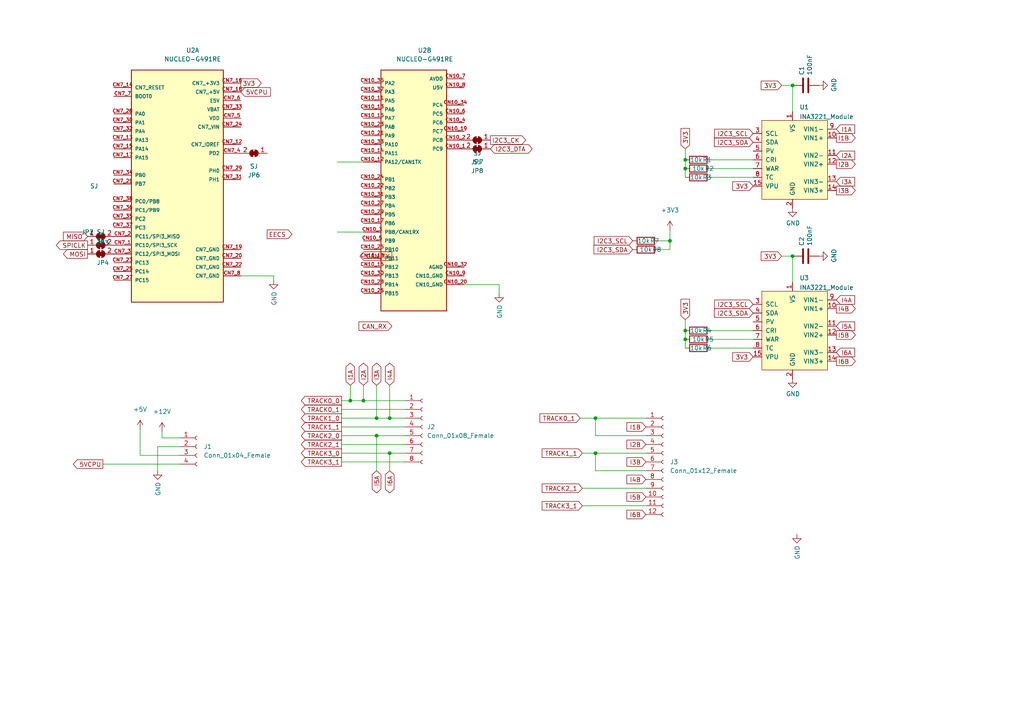
<source format=kicad_sch>
(kicad_sch (version 20211123) (generator eeschema)
  (paper "A4")
  (lib_symbols
    (symbol "Connector:Conn_01x04_Female" (pin_names (offset 1.016) hide)
      (property "Reference" "J" (at 0 5.08 0))
      (property "Value" "Conn_01x04_Female" (at 0 -7.62 0))
      (symbol "Conn_01x04_Female_1_1"
        (arc (start 0 -4.572) (mid -0.508 -5.08) (end 0 -5.588) (stroke (width 0.1524)))
        (arc (start 0 -2.032) (mid -0.508 -2.54) (end 0 -3.048) (stroke (width 0.1524)))
        (polyline (pts (xy -1.27 -5.08) (xy -0.508 -5.08)) (stroke (width 0.1524)))
        (polyline (pts (xy -1.27 -2.54) (xy -0.508 -2.54)) (stroke (width 0.1524)))
        (polyline (pts (xy -1.27 0) (xy -0.508 0)) (stroke (width 0.1524)))
        (polyline (pts (xy -1.27 2.54) (xy -0.508 2.54)) (stroke (width 0.1524)))
        (arc (start 0 0.508) (mid -0.508 0) (end 0 -0.508) (stroke (width 0.1524)))
        (arc (start 0 3.048) (mid -0.508 2.54) (end 0 2.032) (stroke (width 0.1524)))
        (pin passive line (at -5.08 2.54 0) (length 3.81) (name "Pin_1") (number "1"))
        (pin passive line (at -5.08 0 0) (length 3.81) (name "Pin_2") (number "2"))
        (pin passive line (at -5.08 -2.54 0) (length 3.81) (name "Pin_3") (number "3"))
        (pin passive line (at -5.08 -5.08 0) (length 3.81) (name "Pin_4") (number "4"))
      )
    )
    (symbol "Connector:Conn_01x08_Female" (pin_names (offset 1.016) hide)
      (property "Reference" "J" (at 0 10.16 0))
      (property "Value" "Conn_01x08_Female" (at 0 -12.7 0))
      (symbol "Conn_01x08_Female_1_1"
        (arc (start 0 -9.652) (mid -0.508 -10.16) (end 0 -10.668) (stroke (width 0.1524)))
        (arc (start 0 -7.112) (mid -0.508 -7.62) (end 0 -8.128) (stroke (width 0.1524)))
        (arc (start 0 -4.572) (mid -0.508 -5.08) (end 0 -5.588) (stroke (width 0.1524)))
        (arc (start 0 -2.032) (mid -0.508 -2.54) (end 0 -3.048) (stroke (width 0.1524)))
        (polyline (pts (xy -1.27 -10.16) (xy -0.508 -10.16)) (stroke (width 0.1524)))
        (polyline (pts (xy -1.27 -7.62) (xy -0.508 -7.62)) (stroke (width 0.1524)))
        (polyline (pts (xy -1.27 -5.08) (xy -0.508 -5.08)) (stroke (width 0.1524)))
        (polyline (pts (xy -1.27 -2.54) (xy -0.508 -2.54)) (stroke (width 0.1524)))
        (polyline (pts (xy -1.27 0) (xy -0.508 0)) (stroke (width 0.1524)))
        (polyline (pts (xy -1.27 2.54) (xy -0.508 2.54)) (stroke (width 0.1524)))
        (polyline (pts (xy -1.27 5.08) (xy -0.508 5.08)) (stroke (width 0.1524)))
        (polyline (pts (xy -1.27 7.62) (xy -0.508 7.62)) (stroke (width 0.1524)))
        (arc (start 0 0.508) (mid -0.508 0) (end 0 -0.508) (stroke (width 0.1524)))
        (arc (start 0 3.048) (mid -0.508 2.54) (end 0 2.032) (stroke (width 0.1524)))
        (arc (start 0 5.588) (mid -0.508 5.08) (end 0 4.572) (stroke (width 0.1524)))
        (arc (start 0 8.128) (mid -0.508 7.62) (end 0 7.112) (stroke (width 0.1524)))
        (pin passive line (at -5.08 7.62 0) (length 3.81) (name "Pin_1") (number "1"))
        (pin passive line (at -5.08 5.08 0) (length 3.81) (name "Pin_2") (number "2"))
        (pin passive line (at -5.08 2.54 0) (length 3.81) (name "Pin_3") (number "3"))
        (pin passive line (at -5.08 0 0) (length 3.81) (name "Pin_4") (number "4"))
        (pin passive line (at -5.08 -2.54 0) (length 3.81) (name "Pin_5") (number "5"))
        (pin passive line (at -5.08 -5.08 0) (length 3.81) (name "Pin_6") (number "6"))
        (pin passive line (at -5.08 -7.62 0) (length 3.81) (name "Pin_7") (number "7"))
        (pin passive line (at -5.08 -10.16 0) (length 3.81) (name "Pin_8") (number "8"))
      )
    )
    (symbol "Connector:Conn_01x12_Female" (pin_names (offset 1.016) hide)
      (property "Reference" "J" (at 0 15.24 0))
      (property "Value" "Conn_01x12_Female" (at 0 -17.78 0))
      (symbol "Conn_01x12_Female_1_1"
        (arc (start 0 -14.732) (mid -0.508 -15.24) (end 0 -15.748) (stroke (width 0.1524)))
        (arc (start 0 -12.192) (mid -0.508 -12.7) (end 0 -13.208) (stroke (width 0.1524)))
        (arc (start 0 -9.652) (mid -0.508 -10.16) (end 0 -10.668) (stroke (width 0.1524)))
        (arc (start 0 -7.112) (mid -0.508 -7.62) (end 0 -8.128) (stroke (width 0.1524)))
        (arc (start 0 -4.572) (mid -0.508 -5.08) (end 0 -5.588) (stroke (width 0.1524)))
        (arc (start 0 -2.032) (mid -0.508 -2.54) (end 0 -3.048) (stroke (width 0.1524)))
        (polyline (pts (xy -1.27 -15.24) (xy -0.508 -15.24)) (stroke (width 0.1524)))
        (polyline (pts (xy -1.27 -12.7) (xy -0.508 -12.7)) (stroke (width 0.1524)))
        (polyline (pts (xy -1.27 -10.16) (xy -0.508 -10.16)) (stroke (width 0.1524)))
        (polyline (pts (xy -1.27 -7.62) (xy -0.508 -7.62)) (stroke (width 0.1524)))
        (polyline (pts (xy -1.27 -5.08) (xy -0.508 -5.08)) (stroke (width 0.1524)))
        (polyline (pts (xy -1.27 -2.54) (xy -0.508 -2.54)) (stroke (width 0.1524)))
        (polyline (pts (xy -1.27 0) (xy -0.508 0)) (stroke (width 0.1524)))
        (polyline (pts (xy -1.27 2.54) (xy -0.508 2.54)) (stroke (width 0.1524)))
        (polyline (pts (xy -1.27 5.08) (xy -0.508 5.08)) (stroke (width 0.1524)))
        (polyline (pts (xy -1.27 7.62) (xy -0.508 7.62)) (stroke (width 0.1524)))
        (polyline (pts (xy -1.27 10.16) (xy -0.508 10.16)) (stroke (width 0.1524)))
        (polyline (pts (xy -1.27 12.7) (xy -0.508 12.7)) (stroke (width 0.1524)))
        (arc (start 0 0.508) (mid -0.508 0) (end 0 -0.508) (stroke (width 0.1524)))
        (arc (start 0 3.048) (mid -0.508 2.54) (end 0 2.032) (stroke (width 0.1524)))
        (arc (start 0 5.588) (mid -0.508 5.08) (end 0 4.572) (stroke (width 0.1524)))
        (arc (start 0 8.128) (mid -0.508 7.62) (end 0 7.112) (stroke (width 0.1524)))
        (arc (start 0 10.668) (mid -0.508 10.16) (end 0 9.652) (stroke (width 0.1524)))
        (arc (start 0 13.208) (mid -0.508 12.7) (end 0 12.192) (stroke (width 0.1524)))
        (pin passive line (at -5.08 12.7 0) (length 3.81) (name "Pin_1") (number "1"))
        (pin passive line (at -5.08 -10.16 0) (length 3.81) (name "Pin_10") (number "10"))
        (pin passive line (at -5.08 -12.7 0) (length 3.81) (name "Pin_11") (number "11"))
        (pin passive line (at -5.08 -15.24 0) (length 3.81) (name "Pin_12") (number "12"))
        (pin passive line (at -5.08 10.16 0) (length 3.81) (name "Pin_2") (number "2"))
        (pin passive line (at -5.08 7.62 0) (length 3.81) (name "Pin_3") (number "3"))
        (pin passive line (at -5.08 5.08 0) (length 3.81) (name "Pin_4") (number "4"))
        (pin passive line (at -5.08 2.54 0) (length 3.81) (name "Pin_5") (number "5"))
        (pin passive line (at -5.08 0 0) (length 3.81) (name "Pin_6") (number "6"))
        (pin passive line (at -5.08 -2.54 0) (length 3.81) (name "Pin_7") (number "7"))
        (pin passive line (at -5.08 -5.08 0) (length 3.81) (name "Pin_8") (number "8"))
        (pin passive line (at -5.08 -7.62 0) (length 3.81) (name "Pin_9") (number "9"))
      )
    )
    (symbol "Device:C" (pin_numbers hide) (pin_names (offset 0.254))
      (property "Reference" "C" (at 0.635 2.54 0))
      (property "Value" "C" (at 0.635 -2.54 0))
      (symbol "C_0_1"
        (polyline (pts (xy -2.032 -0.762) (xy 2.032 -0.762)) (stroke (width 0.508)))
        (polyline (pts (xy -2.032 0.762) (xy 2.032 0.762)) (stroke (width 0.508)))
      )
      (symbol "C_1_1"
        (pin passive line (at 0 3.81 270) (length 2.794) (name "~") (number "1"))
        (pin passive line (at 0 -3.81 90) (length 2.794) (name "~") (number "2"))
      )
    )
    (symbol "Device:R" (pin_numbers hide) (pin_names (offset 0))
      (property "Reference" "R" (at 2.032 0 90))
      (property "Value" "R" (at 0 0 90))
      (symbol "R_0_1"
        (rectangle (start -1.016 -2.54) (end 1.016 2.54) (stroke (width 0.254)))
      )
      (symbol "R_1_1"
        (pin passive line (at 0 3.81 270) (length 1.27) (name "~") (number "1"))
        (pin passive line (at 0 -3.81 90) (length 1.27) (name "~") (number "2"))
      )
    )
    (symbol "Jumper:SolderJumper_2_Bridged" (pin_names (offset 0) hide)
      (property "Reference" "JP" (at 0 2.032 0))
      (property "Value" "SolderJumper_2_Bridged" (at 0 -2.54 0))
      (symbol "SolderJumper_2_Bridged_0_1"
        (rectangle (start -0.508 0.508) (end 0.508 -0.508) (fill (type outline)))
        (arc (start -0.254 1.016) (mid -1.27 0) (end -0.254 -1.016))
        (arc (start -0.254 1.016) (mid -1.27 0) (end -0.254 -1.016) (fill (type outline)))
        (polyline (pts (xy -0.254 1.016) (xy -0.254 -1.016)))
        (polyline (pts (xy 0.254 1.016) (xy 0.254 -1.016)))
        (arc (start 0.254 -1.016) (mid 1.27 0) (end 0.254 1.016))
        (arc (start 0.254 -1.016) (mid 1.27 0) (end 0.254 1.016) (fill (type outline)))
      )
      (symbol "SolderJumper_2_Bridged_1_1"
        (pin passive line (at -3.81 0 0) (length 2.54) (name "A") (number "1"))
        (pin passive line (at 3.81 0 180) (length 2.54) (name "B") (number "2"))
      )
    )
    (symbol "NUCLEO-G491RE_1" (pin_names (offset 1.016))
      (property "Reference" "U" (at -5.08 40.64 0))
      (property "Value" "NUCLEO-G491RE_1" (at -5.08 -26.67 90))
      (symbol "NUCLEO-G491RE_1_1_0"
        (rectangle (start -17.78 40.64) (end 8.89 -26.67) (stroke (width 0.254)) (fill (type background)))
        (pin bidirectional line (at -22.86 -10.16 0) (length 5.08) (name "PC10/SPI3_SCK") (number "CN7_1"))
        (pin bidirectional line (at 13.97 19.05 180) (length 5.08) (name "CN7_IOREF") (number "CN7_12"))
        (pin bidirectional line (at -22.86 20.32 0) (length 5.08) (name "PA13") (number "CN7_13"))
        (pin bidirectional line (at -22.86 35.56 0) (length 5.08) (name "CN7_RESET") (number "CN7_14"))
        (pin bidirectional line (at -22.86 17.78 0) (length 5.08) (name "PA14") (number "CN7_15"))
        (pin power_in line (at 13.97 36.83 180) (length 5.08) (name "CN7_+3V3") (number "CN7_16"))
        (pin bidirectional line (at -22.86 15.24 0) (length 5.08) (name "PA15") (number "CN7_17"))
        (pin power_in line (at 13.97 34.29 180) (length 5.08) (name "CN7_+5V") (number "CN7_18"))
        (pin power_in line (at 13.97 -11.43 180) (length 5.08) (name "CN7_GND") (number "CN7_19"))
        (pin bidirectional line (at -22.86 -7.62 0) (length 5.08) (name "PC11/SPI3_MISO") (number "CN7_2"))
        (pin power_in line (at 13.97 -13.97 180) (length 5.08) (name "CN7_GND") (number "CN7_20"))
        (pin bidirectional line (at -22.86 7.62 0) (length 5.08) (name "PB7") (number "CN7_21"))
        (pin power_in line (at 13.97 -16.51 180) (length 5.08) (name "CN7_GND") (number "CN7_22"))
        (pin bidirectional line (at -22.86 -15.24 0) (length 5.08) (name "PC13") (number "CN7_23"))
        (pin power_in line (at 13.97 24.13 180) (length 5.08) (name "CN7_VIN") (number "CN7_24"))
        (pin bidirectional line (at -22.86 -17.78 0) (length 5.08) (name "PC14") (number "CN7_25"))
        (pin bidirectional line (at -22.86 -20.32 0) (length 5.08) (name "PC15") (number "CN7_27"))
        (pin bidirectional line (at -22.86 27.94 0) (length 5.08) (name "PA0") (number "CN7_28"))
        (pin bidirectional line (at 13.97 11.43 180) (length 5.08) (name "PH0") (number "CN7_29"))
        (pin bidirectional line (at -22.86 -12.7 0) (length 5.08) (name "PC12/SPI3_MOSI") (number "CN7_3"))
        (pin bidirectional line (at -22.86 25.4 0) (length 5.08) (name "PA1") (number "CN7_30"))
        (pin bidirectional line (at 13.97 8.89 180) (length 5.08) (name "PH1") (number "CN7_31"))
        (pin bidirectional line (at -22.86 22.86 0) (length 5.08) (name "PA4") (number "CN7_32"))
        (pin power_in line (at 13.97 29.21 180) (length 5.08) (name "VBAT") (number "CN7_33"))
        (pin bidirectional line (at -22.86 10.16 0) (length 5.08) (name "PB0") (number "CN7_34"))
        (pin bidirectional line (at -22.86 -2.54 0) (length 5.08) (name "PC2") (number "CN7_35"))
        (pin bidirectional line (at -22.86 0 0) (length 5.08) (name "PC1/PB9") (number "CN7_36"))
        (pin bidirectional line (at -22.86 -5.08 0) (length 5.08) (name "PC3") (number "CN7_37"))
        (pin bidirectional line (at -22.86 2.54 0) (length 5.08) (name "PC0/PB8") (number "CN7_38"))
        (pin bidirectional line (at 13.97 16.51 180) (length 5.08) (name "PD2") (number "CN7_4"))
        (pin power_in line (at 13.97 26.67 180) (length 5.08) (name "VDD") (number "CN7_5"))
        (pin power_in line (at 13.97 31.75 180) (length 5.08) (name "E5V") (number "CN7_6"))
        (pin bidirectional line (at -22.86 33.02 0) (length 5.08) (name "BOOT0") (number "CN7_7"))
        (pin power_in line (at 13.97 -19.05 180) (length 5.08) (name "CN7_GND") (number "CN7_8"))
      )
      (symbol "NUCLEO-G491RE_1_2_0"
        (rectangle (start -12.7 38.1) (end 6.35 -31.75) (stroke (width 0.254)) (fill (type background)))
        (pin bidirectional line (at 11.43 15.24 180) (length 5.08) (name "PC9") (number "CN10_1"))
        (pin bidirectional line (at -17.78 29.21 0) (length 5.08) (name "PA5") (number "CN10_11"))
        (pin bidirectional line (at -17.78 11.43 0) (length 5.08) (name "PA12/CAN1TX") (number "CN10_12"))
        (pin bidirectional line (at -17.78 26.67 0) (length 5.08) (name "PA6") (number "CN10_13"))
        (pin bidirectional line (at -17.78 13.97 0) (length 5.08) (name "PA11") (number "CN10_14"))
        (pin bidirectional line (at -17.78 24.13 0) (length 5.08) (name "PA7") (number "CN10_15"))
        (pin bidirectional line (at -17.78 -19.05 0) (length 5.08) (name "PB12") (number "CN10_16"))
        (pin bidirectional line (at -17.78 -6.35 0) (length 5.08) (name "PB6") (number "CN10_17"))
        (pin bidirectional line (at -17.78 -16.51 0) (length 5.08) (name "PB11") (number "CN10_18"))
        (pin bidirectional line (at 11.43 20.32 180) (length 5.08) (name "PC7") (number "CN10_19"))
        (pin bidirectional line (at 11.43 17.78 180) (length 5.08) (name "PC8") (number "CN10_2"))
        (pin power_in line (at 11.43 -24.13 180) (length 5.08) (name "CN10_GND") (number "CN10_20"))
        (pin bidirectional line (at -17.78 19.05 0) (length 5.08) (name "PA9") (number "CN10_21"))
        (pin bidirectional line (at -17.78 3.81 0) (length 5.08) (name "PB2") (number "CN10_22"))
        (pin bidirectional line (at -17.78 21.59 0) (length 5.08) (name "PA8") (number "CN10_23"))
        (pin bidirectional line (at -17.78 6.35 0) (length 5.08) (name "PB1") (number "CN10_24"))
        (pin bidirectional line (at -17.78 -13.97 0) (length 5.08) (name "PB10") (number "CN10_25"))
        (pin bidirectional line (at -17.78 -26.67 0) (length 5.08) (name "PB15") (number "CN10_26"))
        (pin bidirectional line (at -17.78 -1.27 0) (length 5.08) (name "PB4") (number "CN10_27"))
        (pin bidirectional line (at -17.78 -24.13 0) (length 5.08) (name "PB14") (number "CN10_28"))
        (pin bidirectional line (at -17.78 -3.81 0) (length 5.08) (name "PB5") (number "CN10_29"))
        (pin bidirectional line (at -17.78 -8.89 0) (length 5.08) (name "PB8/CAN1RX") (number "CN10_3"))
        (pin bidirectional line (at -17.78 -21.59 0) (length 5.08) (name "PB13") (number "CN10_30"))
        (pin bidirectional line (at -17.78 1.27 0) (length 5.08) (name "PB3") (number "CN10_31"))
        (pin power_in line (at 11.43 -19.05 180) (length 5.08) (name "AGND") (number "CN10_32"))
        (pin bidirectional line (at -17.78 16.51 0) (length 5.08) (name "PA10") (number "CN10_33"))
        (pin bidirectional line (at 11.43 27.94 180) (length 5.08) (name "PC4") (number "CN10_34"))
        (pin bidirectional line (at -17.78 34.29 0) (length 5.08) (name "PA2") (number "CN10_35"))
        (pin bidirectional line (at -17.78 31.75 0) (length 5.08) (name "PA3") (number "CN10_37"))
        (pin bidirectional line (at 11.43 22.86 180) (length 5.08) (name "PC6") (number "CN10_4"))
        (pin bidirectional line (at -17.78 -11.43 0) (length 5.08) (name "PB9") (number "CN10_5"))
        (pin bidirectional line (at 11.43 25.4 180) (length 5.08) (name "PC5") (number "CN10_6"))
        (pin power_in line (at 11.43 35.56 180) (length 5.08) (name "AVDD") (number "CN10_7"))
        (pin power_in line (at 11.43 33.02 180) (length 5.08) (name "U5V") (number "CN10_8"))
        (pin power_in line (at 11.43 -21.59 180) (length 5.08) (name "CN10_GND") (number "CN10_9"))
      )
      (symbol "NUCLEO-G491RE_1_3_0"
        (rectangle (start -15.24 -12.7) (end 15.24 10.16) (stroke (width 0.254)) (fill (type background)))
        (pin bidirectional line (at -20.32 -5.08 0) (length 5.08) (name "CN6_IOREF") (number "CN6_2"))
        (pin bidirectional line (at -20.32 -2.54 0) (length 5.08) (name "CN6_RESET") (number "CN6_3"))
        (pin power_in line (at 20.32 2.54 180) (length 5.08) (name "CN6_+3V3") (number "CN6_4"))
        (pin power_in line (at 20.32 5.08 180) (length 5.08) (name "CN6_+5V") (number "CN6_5"))
        (pin power_in line (at 20.32 -10.16 180) (length 5.08) (name "CN6_GND") (number "CN6_6"))
        (pin power_in line (at 20.32 -10.16 180) (length 5.08) (name "CN6_GND") (number "CN6_7"))
        (pin power_in line (at 20.32 7.62 180) (length 5.08) (name "CN6_VIN") (number "CN6_8"))
      )
      (symbol "NUCLEO-G491RE_1_4_0"
        (rectangle (start -5.08 -12.7) (end 5.08 12.7) (stroke (width 0.254)) (fill (type background)))
        (pin input line (at -10.16 10.16 0) (length 5.08) (name "D0") (number "CN9_1"))
        (pin output line (at -10.16 7.62 0) (length 5.08) (name "D1") (number "CN9_2"))
        (pin bidirectional line (at -10.16 2.54 0) (length 5.08) (name "D2") (number "CN9_3"))
        (pin bidirectional line (at -10.16 0 0) (length 5.08) (name "D3") (number "CN9_4"))
        (pin bidirectional line (at -10.16 -2.54 0) (length 5.08) (name "D4") (number "CN9_5"))
        (pin bidirectional line (at -10.16 -5.08 0) (length 5.08) (name "D5") (number "CN9_6"))
        (pin bidirectional line (at -10.16 -7.62 0) (length 5.08) (name "D6") (number "CN9_7"))
        (pin bidirectional line (at -10.16 -10.16 0) (length 5.08) (name "D7") (number "CN9_8"))
      )
      (symbol "NUCLEO-G491RE_1_5_0"
        (rectangle (start -5.08 -10.16) (end 5.08 7.62) (stroke (width 0.254)) (fill (type background)))
        (pin input line (at -10.16 5.08 0) (length 5.08) (name "A0") (number "CN8_1"))
        (pin input line (at -10.16 2.54 0) (length 5.08) (name "A1") (number "CN8_2"))
        (pin input line (at -10.16 0 0) (length 5.08) (name "A2") (number "CN8_3"))
        (pin input line (at -10.16 -2.54 0) (length 5.08) (name "A3") (number "CN8_4"))
        (pin input line (at -10.16 -5.08 0) (length 5.08) (name "A4") (number "CN8_5"))
        (pin input line (at -10.16 -7.62 0) (length 5.08) (name "A5") (number "CN8_6"))
      )
      (symbol "NUCLEO-G491RE_1_6_0"
        (rectangle (start -10.16 -17.78) (end 10.16 15.24) (stroke (width 0.254)) (fill (type background)))
        (pin bidirectional line (at -15.24 7.62 0) (length 5.08) (name "D8") (number "CN5_1"))
        (pin bidirectional clock (at -15.24 -10.16 0) (length 5.08) (name "D15") (number "CN5_10"))
        (pin bidirectional line (at -15.24 5.08 0) (length 5.08) (name "D9") (number "CN5_2"))
        (pin bidirectional line (at -15.24 2.54 0) (length 5.08) (name "D10") (number "CN5_3"))
        (pin bidirectional line (at -15.24 0 0) (length 5.08) (name "D11") (number "CN5_4"))
        (pin bidirectional line (at -15.24 -2.54 0) (length 5.08) (name "D12") (number "CN5_5"))
        (pin bidirectional clock (at -15.24 -5.08 0) (length 5.08) (name "D13") (number "CN5_6"))
        (pin power_in line (at 15.24 -15.24 180) (length 5.08) (name "CN5_GND") (number "CN5_7"))
        (pin power_in line (at 15.24 12.7 180) (length 5.08) (name "AREF") (number "CN5_8"))
        (pin bidirectional line (at -15.24 -7.62 0) (length 5.08) (name "D14") (number "CN5_9"))
      )
    )
    (symbol "jwm_kicad_symbols_misc:INA3221_Module" (pin_names (offset 1.016))
      (property "Reference" "U" (at 6.35 12.7 0))
      (property "Value" "INA3221_Module" (at 12.7 -13.97 0))
      (symbol "INA3221_Module_0_1"
        (rectangle (start 10.16 11.43) (end -8.89 -11.43) (fill (type background)))
      )
      (symbol "INA3221_Module_1_1"
        (pin power_in line (at 0 13.97 270) (length 2.54) (name "VS") (number "1"))
        (pin input line (at 12.7 6.35 180) (length 2.54) (name "VIN1+") (number "10"))
        (pin input line (at 12.7 1.27 180) (length 2.54) (name "VIN2-") (number "11"))
        (pin input line (at 12.7 -1.27 180) (length 2.54) (name "VIN2+") (number "12"))
        (pin input line (at 12.7 -6.35 180) (length 2.54) (name "VIN3-") (number "13"))
        (pin input line (at 12.7 -8.89 180) (length 2.54) (name "VIN3+") (number "14"))
        (pin input line (at -11.43 -7.62 0) (length 2.54) (name "VPU") (number "15"))
        (pin power_in line (at 0 -13.97 90) (length 2.54) (name "GND") (number "2"))
        (pin input line (at -11.43 7.62 0) (length 2.54) (name "SCL") (number "3"))
        (pin bidirectional line (at -11.43 5.08 0) (length 2.54) (name "SDA") (number "4"))
        (pin output line (at -11.43 2.54 0) (length 2.54) (name "PV") (number "5"))
        (pin output line (at -11.43 0 0) (length 2.54) (name "CRI") (number "6"))
        (pin output line (at -11.43 -2.54 0) (length 2.54) (name "WAR") (number "7"))
        (pin output line (at -11.43 -5.08 0) (length 2.54) (name "TC") (number "8"))
        (pin input line (at 12.7 8.89 180) (length 2.54) (name "VIN1-") (number "9"))
      )
    )
    (symbol "nucleo64:NUCLEO-G491RE" (pin_names (offset 1.016))
      (property "Reference" "U" (at -5.08 40.64 0))
      (property "Value" "NUCLEO-G491RE" (at -5.08 -26.67 90))
      (symbol "NUCLEO-G491RE_1_0"
        (rectangle (start -17.78 40.64) (end 8.89 -26.67) (stroke (width 0.254)) (fill (type background)))
        (pin bidirectional line (at -22.86 -10.16 0) (length 5.08) (name "PC10/SPI3_SCK") (number "CN7_1"))
        (pin bidirectional line (at 13.97 19.05 180) (length 5.08) (name "CN7_IOREF") (number "CN7_12"))
        (pin bidirectional line (at -22.86 20.32 0) (length 5.08) (name "PA13") (number "CN7_13"))
        (pin bidirectional line (at -22.86 35.56 0) (length 5.08) (name "CN7_RESET") (number "CN7_14"))
        (pin bidirectional line (at -22.86 17.78 0) (length 5.08) (name "PA14") (number "CN7_15"))
        (pin power_in line (at 13.97 36.83 180) (length 5.08) (name "CN7_+3V3") (number "CN7_16"))
        (pin bidirectional line (at -22.86 15.24 0) (length 5.08) (name "PA15") (number "CN7_17"))
        (pin power_in line (at 13.97 34.29 180) (length 5.08) (name "CN7_+5V") (number "CN7_18"))
        (pin power_in line (at 13.97 -11.43 180) (length 5.08) (name "CN7_GND") (number "CN7_19"))
        (pin bidirectional line (at -22.86 -7.62 0) (length 5.08) (name "PC11/SPI3_MISO") (number "CN7_2"))
        (pin power_in line (at 13.97 -13.97 180) (length 5.08) (name "CN7_GND") (number "CN7_20"))
        (pin bidirectional line (at -22.86 7.62 0) (length 5.08) (name "PB7") (number "CN7_21"))
        (pin power_in line (at 13.97 -16.51 180) (length 5.08) (name "CN7_GND") (number "CN7_22"))
        (pin bidirectional line (at -22.86 -15.24 0) (length 5.08) (name "PC13") (number "CN7_23"))
        (pin power_in line (at 13.97 24.13 180) (length 5.08) (name "CN7_VIN") (number "CN7_24"))
        (pin bidirectional line (at -22.86 -17.78 0) (length 5.08) (name "PC14") (number "CN7_25"))
        (pin bidirectional line (at -22.86 -20.32 0) (length 5.08) (name "PC15") (number "CN7_27"))
        (pin bidirectional line (at -22.86 27.94 0) (length 5.08) (name "PA0") (number "CN7_28"))
        (pin bidirectional line (at 13.97 11.43 180) (length 5.08) (name "PH0") (number "CN7_29"))
        (pin bidirectional line (at -22.86 -12.7 0) (length 5.08) (name "PC12/SPI3_MOSI") (number "CN7_3"))
        (pin bidirectional line (at -22.86 25.4 0) (length 5.08) (name "PA1") (number "CN7_30"))
        (pin bidirectional line (at 13.97 8.89 180) (length 5.08) (name "PH1") (number "CN7_31"))
        (pin bidirectional line (at -22.86 22.86 0) (length 5.08) (name "PA4") (number "CN7_32"))
        (pin power_in line (at 13.97 29.21 180) (length 5.08) (name "VBAT") (number "CN7_33"))
        (pin bidirectional line (at -22.86 10.16 0) (length 5.08) (name "PB0") (number "CN7_34"))
        (pin bidirectional line (at -22.86 -2.54 0) (length 5.08) (name "PC2") (number "CN7_35"))
        (pin bidirectional line (at -22.86 0 0) (length 5.08) (name "PC1/PB9") (number "CN7_36"))
        (pin bidirectional line (at -22.86 -5.08 0) (length 5.08) (name "PC3") (number "CN7_37"))
        (pin bidirectional line (at -22.86 2.54 0) (length 5.08) (name "PC0/PB8") (number "CN7_38"))
        (pin bidirectional line (at 13.97 16.51 180) (length 5.08) (name "PD2") (number "CN7_4"))
        (pin power_in line (at 13.97 26.67 180) (length 5.08) (name "VDD") (number "CN7_5"))
        (pin power_in line (at 13.97 31.75 180) (length 5.08) (name "E5V") (number "CN7_6"))
        (pin bidirectional line (at -22.86 33.02 0) (length 5.08) (name "BOOT0") (number "CN7_7"))
        (pin power_in line (at 13.97 -19.05 180) (length 5.08) (name "CN7_GND") (number "CN7_8"))
      )
      (symbol "NUCLEO-G491RE_2_0"
        (rectangle (start -12.7 38.1) (end 6.35 -31.75) (stroke (width 0.254)) (fill (type background)))
        (pin bidirectional line (at 11.43 15.24 180) (length 5.08) (name "PC9") (number "CN10_1"))
        (pin bidirectional line (at -17.78 29.21 0) (length 5.08) (name "PA5") (number "CN10_11"))
        (pin bidirectional line (at -17.78 11.43 0) (length 5.08) (name "PA12/CAN1TX") (number "CN10_12"))
        (pin bidirectional line (at -17.78 26.67 0) (length 5.08) (name "PA6") (number "CN10_13"))
        (pin bidirectional line (at -17.78 13.97 0) (length 5.08) (name "PA11") (number "CN10_14"))
        (pin bidirectional line (at -17.78 24.13 0) (length 5.08) (name "PA7") (number "CN10_15"))
        (pin bidirectional line (at -17.78 -19.05 0) (length 5.08) (name "PB12") (number "CN10_16"))
        (pin bidirectional line (at -17.78 -6.35 0) (length 5.08) (name "PB6") (number "CN10_17"))
        (pin bidirectional line (at -17.78 -16.51 0) (length 5.08) (name "PB11") (number "CN10_18"))
        (pin bidirectional line (at 11.43 20.32 180) (length 5.08) (name "PC7") (number "CN10_19"))
        (pin bidirectional line (at 11.43 17.78 180) (length 5.08) (name "PC8") (number "CN10_2"))
        (pin power_in line (at 11.43 -24.13 180) (length 5.08) (name "CN10_GND") (number "CN10_20"))
        (pin bidirectional line (at -17.78 19.05 0) (length 5.08) (name "PA9") (number "CN10_21"))
        (pin bidirectional line (at -17.78 3.81 0) (length 5.08) (name "PB2") (number "CN10_22"))
        (pin bidirectional line (at -17.78 21.59 0) (length 5.08) (name "PA8") (number "CN10_23"))
        (pin bidirectional line (at -17.78 6.35 0) (length 5.08) (name "PB1") (number "CN10_24"))
        (pin bidirectional line (at -17.78 -13.97 0) (length 5.08) (name "PB10") (number "CN10_25"))
        (pin bidirectional line (at -17.78 -26.67 0) (length 5.08) (name "PB15") (number "CN10_26"))
        (pin bidirectional line (at -17.78 -1.27 0) (length 5.08) (name "PB4") (number "CN10_27"))
        (pin bidirectional line (at -17.78 -24.13 0) (length 5.08) (name "PB14") (number "CN10_28"))
        (pin bidirectional line (at -17.78 -3.81 0) (length 5.08) (name "PB5") (number "CN10_29"))
        (pin bidirectional line (at -17.78 -8.89 0) (length 5.08) (name "PB8/CAN1RX") (number "CN10_3"))
        (pin bidirectional line (at -17.78 -21.59 0) (length 5.08) (name "PB13") (number "CN10_30"))
        (pin bidirectional line (at -17.78 1.27 0) (length 5.08) (name "PB3") (number "CN10_31"))
        (pin power_in line (at 11.43 -19.05 180) (length 5.08) (name "AGND") (number "CN10_32"))
        (pin bidirectional line (at -17.78 16.51 0) (length 5.08) (name "PA10") (number "CN10_33"))
        (pin bidirectional line (at 11.43 27.94 180) (length 5.08) (name "PC4") (number "CN10_34"))
        (pin bidirectional line (at -17.78 34.29 0) (length 5.08) (name "PA2") (number "CN10_35"))
        (pin bidirectional line (at -17.78 31.75 0) (length 5.08) (name "PA3") (number "CN10_37"))
        (pin bidirectional line (at 11.43 22.86 180) (length 5.08) (name "PC6") (number "CN10_4"))
        (pin bidirectional line (at -17.78 -11.43 0) (length 5.08) (name "PB9") (number "CN10_5"))
        (pin bidirectional line (at 11.43 25.4 180) (length 5.08) (name "PC5") (number "CN10_6"))
        (pin power_in line (at 11.43 35.56 180) (length 5.08) (name "AVDD") (number "CN10_7"))
        (pin power_in line (at 11.43 33.02 180) (length 5.08) (name "U5V") (number "CN10_8"))
        (pin power_in line (at 11.43 -21.59 180) (length 5.08) (name "CN10_GND") (number "CN10_9"))
      )
      (symbol "NUCLEO-G491RE_3_0"
        (rectangle (start -15.24 -12.7) (end 15.24 10.16) (stroke (width 0.254)) (fill (type background)))
        (pin bidirectional line (at -20.32 -5.08 0) (length 5.08) (name "CN6_IOREF") (number "CN6_2"))
        (pin bidirectional line (at -20.32 -2.54 0) (length 5.08) (name "CN6_RESET") (number "CN6_3"))
        (pin power_in line (at 20.32 2.54 180) (length 5.08) (name "CN6_+3V3") (number "CN6_4"))
        (pin power_in line (at 20.32 5.08 180) (length 5.08) (name "CN6_+5V") (number "CN6_5"))
        (pin power_in line (at 20.32 -10.16 180) (length 5.08) (name "CN6_GND") (number "CN6_6"))
        (pin power_in line (at 20.32 -10.16 180) (length 5.08) (name "CN6_GND") (number "CN6_7"))
        (pin power_in line (at 20.32 7.62 180) (length 5.08) (name "CN6_VIN") (number "CN6_8"))
      )
      (symbol "NUCLEO-G491RE_4_0"
        (rectangle (start -5.08 -12.7) (end 5.08 12.7) (stroke (width 0.254)) (fill (type background)))
        (pin input line (at -10.16 10.16 0) (length 5.08) (name "D0") (number "CN9_1"))
        (pin output line (at -10.16 7.62 0) (length 5.08) (name "D1") (number "CN9_2"))
        (pin bidirectional line (at -10.16 2.54 0) (length 5.08) (name "D2") (number "CN9_3"))
        (pin bidirectional line (at -10.16 0 0) (length 5.08) (name "D3") (number "CN9_4"))
        (pin bidirectional line (at -10.16 -2.54 0) (length 5.08) (name "D4") (number "CN9_5"))
        (pin bidirectional line (at -10.16 -5.08 0) (length 5.08) (name "D5") (number "CN9_6"))
        (pin bidirectional line (at -10.16 -7.62 0) (length 5.08) (name "D6") (number "CN9_7"))
        (pin bidirectional line (at -10.16 -10.16 0) (length 5.08) (name "D7") (number "CN9_8"))
      )
      (symbol "NUCLEO-G491RE_5_0"
        (rectangle (start -5.08 -10.16) (end 5.08 7.62) (stroke (width 0.254)) (fill (type background)))
        (pin input line (at -10.16 5.08 0) (length 5.08) (name "A0") (number "CN8_1"))
        (pin input line (at -10.16 2.54 0) (length 5.08) (name "A1") (number "CN8_2"))
        (pin input line (at -10.16 0 0) (length 5.08) (name "A2") (number "CN8_3"))
        (pin input line (at -10.16 -2.54 0) (length 5.08) (name "A3") (number "CN8_4"))
        (pin input line (at -10.16 -5.08 0) (length 5.08) (name "A4") (number "CN8_5"))
        (pin input line (at -10.16 -7.62 0) (length 5.08) (name "A5") (number "CN8_6"))
      )
      (symbol "NUCLEO-G491RE_6_0"
        (rectangle (start -10.16 -17.78) (end 10.16 15.24) (stroke (width 0.254)) (fill (type background)))
        (pin bidirectional line (at -15.24 7.62 0) (length 5.08) (name "D8") (number "CN5_1"))
        (pin bidirectional clock (at -15.24 -10.16 0) (length 5.08) (name "D15") (number "CN5_10"))
        (pin bidirectional line (at -15.24 5.08 0) (length 5.08) (name "D9") (number "CN5_2"))
        (pin bidirectional line (at -15.24 2.54 0) (length 5.08) (name "D10") (number "CN5_3"))
        (pin bidirectional line (at -15.24 0 0) (length 5.08) (name "D11") (number "CN5_4"))
        (pin bidirectional line (at -15.24 -2.54 0) (length 5.08) (name "D12") (number "CN5_5"))
        (pin bidirectional clock (at -15.24 -5.08 0) (length 5.08) (name "D13") (number "CN5_6"))
        (pin power_in line (at 15.24 -15.24 180) (length 5.08) (name "CN5_GND") (number "CN5_7"))
        (pin power_in line (at 15.24 12.7 180) (length 5.08) (name "AREF") (number "CN5_8"))
        (pin bidirectional line (at -15.24 -7.62 0) (length 5.08) (name "D14") (number "CN5_9"))
      )
    )
    (symbol "power:+12V" (power) (pin_names (offset 0))
      (property "Value" "+12V" (at 0 3.556 0))
      (symbol "+12V_0_1"
        (polyline (pts (xy -0.762 1.27) (xy 0 2.54)))
        (polyline (pts (xy 0 0) (xy 0 2.54)))
        (polyline (pts (xy 0 2.54) (xy 0.762 1.27)))
      )
      (symbol "+12V_1_1"
        (pin power_in line (at 0 0 90) (length 0) hide (name "+12V") (number "1"))
      )
    )
    (symbol "power:+3.3V" (power) (pin_names (offset 0))
      (property "Value" "+3.3V" (at 0 3.556 0))
      (symbol "+3.3V_0_1"
        (polyline (pts (xy -0.762 1.27) (xy 0 2.54)))
        (polyline (pts (xy 0 0) (xy 0 2.54)))
        (polyline (pts (xy 0 2.54) (xy 0.762 1.27)))
      )
      (symbol "+3.3V_1_1"
        (pin power_in line (at 0 0 90) (length 0) hide (name "+3V3") (number "1"))
      )
    )
    (symbol "power:+5V" (power) (pin_names (offset 0))
      (property "Value" "+5V" (at 0 3.556 0))
      (symbol "+5V_0_1"
        (polyline (pts (xy -0.762 1.27) (xy 0 2.54)))
        (polyline (pts (xy 0 0) (xy 0 2.54)))
        (polyline (pts (xy 0 2.54) (xy 0.762 1.27)))
      )
      (symbol "+5V_1_1"
        (pin power_in line (at 0 0 90) (length 0) hide (name "+5V") (number "1"))
      )
    )
    (symbol "power:GND" (power) (pin_names (offset 0))
      (property "Value" "GND" (at 0 -3.81 0))
      (symbol "GND_0_1"
        (polyline (pts (xy 0 0) (xy 0 -1.27) (xy 1.27 -1.27) (xy 0 -2.54) (xy -1.27 -1.27) (xy 0 -1.27)))
      )
      (symbol "GND_1_1"
        (pin power_in line (at 0 0 270) (length 0) hide (name "GND") (number "1"))
      )
    )
  )
  (junction (at 109.22 126.365))
  (junction (at 113.03 121.285))
  (junction (at 194.31 69.85))
  (junction (at 229.87 24.765))
  (junction (at 101.6 116.205))
  (junction (at 229.87 74.295))
  (junction (at 109.22 121.285))
  (junction (at 172.72 121.285))
  (junction (at 198.755 46.355))
  (junction (at 198.755 95.885))
  (junction (at 198.755 98.425))
  (junction (at 198.755 48.895))
  (junction (at 105.41 116.205))
  (junction (at 113.03 131.445))
  (junction (at 172.72 131.445))
  (wire (pts (xy 191.135 69.85) (xy 194.31 69.85)))
  (wire (pts (xy 99.06 128.905) (xy 117.475 128.905)))
  (wire (pts (xy 206.375 100.965) (xy 218.44 100.965)))
  (wire (pts (xy 109.22 126.365) (xy 117.475 126.365)))
  (wire (pts (xy 172.72 126.365) (xy 172.72 121.285)))
  (wire (pts (xy 97.79 67.31) (xy 105.41 67.31)))
  (wire (pts (xy 168.91 131.445) (xy 172.72 131.445)))
  (wire (pts (xy 97.79 46.99) (xy 105.41 46.99)))
  (wire (pts (xy 40.64 124.46) (xy 40.64 132.08)))
  (wire (pts (xy 226.695 24.765) (xy 229.87 24.765)))
  (wire (pts (xy 101.6 116.205) (xy 105.41 116.205)))
  (wire (pts (xy 113.03 121.285) (xy 117.475 121.285)))
  (wire (pts (xy 113.03 131.445) (xy 113.03 136.525)))
  (wire (pts (xy 206.375 46.355) (xy 218.44 46.355)))
  (wire (pts (xy 46.99 127) (xy 52.07 127)))
  (wire (pts (xy 79.375 80.01) (xy 79.375 81.28)))
  (wire (pts (xy 105.41 111.76) (xy 105.41 116.205)))
  (wire (pts (xy 168.275 121.285) (xy 172.72 121.285)))
  (wire (pts (xy 99.06 133.985) (xy 117.475 133.985)))
  (wire (pts (xy 168.91 146.685) (xy 187.325 146.685)))
  (wire (pts (xy 206.375 98.425) (xy 218.44 98.425)))
  (wire (pts (xy 229.87 24.765) (xy 229.87 32.385)))
  (wire (pts (xy 46.99 125.095) (xy 46.99 127)))
  (wire (pts (xy 99.06 118.745) (xy 117.475 118.745)))
  (wire (pts (xy 198.755 92.71) (xy 198.755 95.885)))
  (wire (pts (xy 113.03 111.76) (xy 113.03 121.285)))
  (wire (pts (xy 99.06 123.825) (xy 117.475 123.825)))
  (wire (pts (xy 172.72 136.525) (xy 172.72 131.445)))
  (wire (pts (xy 45.72 136.525) (xy 45.72 129.54)))
  (wire (pts (xy 198.755 95.885) (xy 198.755 98.425)))
  (wire (pts (xy 105.41 116.205) (xy 117.475 116.205)))
  (wire (pts (xy 206.375 51.435) (xy 218.44 51.435)))
  (wire (pts (xy 99.06 121.285) (xy 109.22 121.285)))
  (wire (pts (xy 168.91 141.605) (xy 187.325 141.605)))
  (wire (pts (xy 198.755 46.355) (xy 198.755 48.895)))
  (wire (pts (xy 69.85 80.01) (xy 79.375 80.01)))
  (wire (pts (xy 29.845 134.62) (xy 52.07 134.62)))
  (wire (pts (xy 109.22 126.365) (xy 109.22 136.525)))
  (wire (pts (xy 134.62 82.55) (xy 144.78 82.55)))
  (wire (pts (xy 99.06 131.445) (xy 113.03 131.445)))
  (wire (pts (xy 206.375 95.885) (xy 218.44 95.885)))
  (wire (pts (xy 198.755 98.425) (xy 198.755 100.965)))
  (wire (pts (xy 187.325 126.365) (xy 172.72 126.365)))
  (wire (pts (xy 198.755 43.18) (xy 198.755 46.355)))
  (wire (pts (xy 99.06 116.205) (xy 101.6 116.205)))
  (wire (pts (xy 187.325 136.525) (xy 172.72 136.525)))
  (wire (pts (xy 40.64 132.08) (xy 52.07 132.08)))
  (wire (pts (xy 101.6 111.76) (xy 101.6 116.205)))
  (wire (pts (xy 109.22 111.76) (xy 109.22 121.285)))
  (wire (pts (xy 109.22 121.285) (xy 113.03 121.285)))
  (wire (pts (xy 194.31 66.675) (xy 194.31 69.85)))
  (wire (pts (xy 172.72 131.445) (xy 187.325 131.445)))
  (wire (pts (xy 99.06 126.365) (xy 109.22 126.365)))
  (wire (pts (xy 194.31 69.85) (xy 194.31 72.39)))
  (wire (pts (xy 226.695 74.295) (xy 229.87 74.295)))
  (wire (pts (xy 172.72 121.285) (xy 187.325 121.285)))
  (wire (pts (xy 198.755 48.895) (xy 198.755 51.435)))
  (wire (pts (xy 144.78 82.55) (xy 144.78 85.09)))
  (wire (pts (xy 191.135 72.39) (xy 194.31 72.39)))
  (wire (pts (xy 45.72 129.54) (xy 52.07 129.54)))
  (wire (pts (xy 206.375 48.895) (xy 218.44 48.895)))
  (wire (pts (xy 113.03 131.445) (xy 117.475 131.445)))
  (wire (pts (xy 229.87 74.295) (xy 229.87 81.915)))
  (global_label "I2A" (shape input) (at 242.57 45.085 0) (property "Intersheet References" "${INTERSHEET_REFS}" (effects hide)))
  (global_label "I2C3_SDA" (shape input) (at 218.44 41.275 180) (property "Intersheet References" "${INTERSHEET_REFS}" (effects hide)))
  (global_label "TRACK2_0" (shape output) (at 99.06 126.365 180) (property "Intersheet References" "${INTERSHEET_REFS}" (effects hide)))
  (global_label "5VCPU" (shape output) (at 29.845 134.62 180) (property "Intersheet References" "${INTERSHEET_REFS}" (effects hide)))
  (global_label "I2C3_SDA" (shape input) (at 183.515 72.39 180) (property "Intersheet References" "${INTERSHEET_REFS}" (effects hide)))
  (global_label "I2B" (shape output) (at 242.57 47.625 0) (property "Intersheet References" "${INTERSHEET_REFS}" (effects hide)))
  (global_label "MOSI" (shape output) (at 25.4 73.66 180) (property "Intersheet References" "${INTERSHEET_REFS}" (effects hide)))
  (global_label "I1B" (shape input) (at 187.325 123.825 180) (property "Intersheet References" "${INTERSHEET_REFS}" (effects hide)))
  (global_label "I5B" (shape output) (at 242.57 97.155 0) (property "Intersheet References" "${INTERSHEET_REFS}" (effects hide)))
  (global_label "EECS" (shape output) (at 77.47 67.945 0) (property "Intersheet References" "${INTERSHEET_REFS}" (effects hide)))
  (global_label "3V3" (shape input) (at 218.44 103.505 180) (property "Intersheet References" "${INTERSHEET_REFS}" (effects hide)))
  (global_label "I5B" (shape input) (at 187.325 144.145 180) (property "Intersheet References" "${INTERSHEET_REFS}" (effects hide)))
  (global_label "I2B" (shape input) (at 187.325 128.905 180) (property "Intersheet References" "${INTERSHEET_REFS}" (effects hide)))
  (global_label "TRACK3_0" (shape output) (at 99.06 131.445 180) (property "Intersheet References" "${INTERSHEET_REFS}" (effects hide)))
  (global_label "I3A" (shape input) (at 242.57 52.705 0) (property "Intersheet References" "${INTERSHEET_REFS}" (effects hide)))
  (global_label "I2A" (shape bidirectional) (at 105.41 111.76 90) (property "Intersheet References" "${INTERSHEET_REFS}" (effects hide)))
  (global_label "I5A" (shape input) (at 242.57 94.615 0) (property "Intersheet References" "${INTERSHEET_REFS}" (effects hide)))
  (global_label "CAN_TX" (shape output) (at 113.665 74.295 180) (property "Intersheet References" "${INTERSHEET_REFS}" (effects hide)))
  (global_label "I4A" (shape input) (at 242.57 86.995 0) (property "Intersheet References" "${INTERSHEET_REFS}" (effects hide)))
  (global_label "I3A" (shape bidirectional) (at 109.22 111.76 90) (property "Intersheet References" "${INTERSHEET_REFS}" (effects hide)))
  (global_label "I1A" (shape input) (at 242.57 37.465 0) (property "Intersheet References" "${INTERSHEET_REFS}" (effects hide)))
  (global_label "I1A" (shape bidirectional) (at 101.6 111.76 90) (property "Intersheet References" "${INTERSHEET_REFS}" (effects hide)))
  (global_label "3V3" (shape input) (at 218.44 53.975 180) (property "Intersheet References" "${INTERSHEET_REFS}" (effects hide)))
  (global_label "TRACK3_1" (shape input) (at 168.91 146.685 180) (property "Intersheet References" "${INTERSHEET_REFS}" (effects hide)))
  (global_label "I4B" (shape output) (at 242.57 89.535 0) (property "Intersheet References" "${INTERSHEET_REFS}" (effects hide)))
  (global_label "I2C3_DTA" (shape bidirectional) (at 142.24 43.18 0) (property "Intersheet References" "${INTERSHEET_REFS}" (effects hide)))
  (global_label "I3B" (shape output) (at 242.57 55.245 0) (property "Intersheet References" "${INTERSHEET_REFS}" (effects hide)))
  (global_label "TRACK0_1" (shape input) (at 168.275 121.285 180) (property "Intersheet References" "${INTERSHEET_REFS}" (effects hide)))
  (global_label "I5A" (shape bidirectional) (at 109.22 136.525 270) (property "Intersheet References" "${INTERSHEET_REFS}" (effects hide)))
  (global_label "I4A" (shape bidirectional) (at 113.03 111.76 90) (property "Intersheet References" "${INTERSHEET_REFS}" (effects hide)))
  (global_label "I6B" (shape input) (at 187.325 149.225 180) (property "Intersheet References" "${INTERSHEET_REFS}" (effects hide)))
  (global_label "I2C3_SCL" (shape input) (at 183.515 69.85 180) (property "Intersheet References" "${INTERSHEET_REFS}" (effects hide)))
  (global_label "I6A" (shape bidirectional) (at 113.03 136.525 270) (property "Intersheet References" "${INTERSHEET_REFS}" (effects hide)))
  (global_label "3V3" (shape input) (at 226.695 24.765 180) (property "Intersheet References" "${INTERSHEET_REFS}" (effects hide)))
  (global_label "3V3" (shape input) (at 198.755 92.71 90) (property "Intersheet References" "${INTERSHEET_REFS}" (effects hide)))
  (global_label "TRACK1_1" (shape input) (at 168.91 131.445 180) (property "Intersheet References" "${INTERSHEET_REFS}" (effects hide)))
  (global_label "3V3" (shape input) (at 226.695 74.295 180) (property "Intersheet References" "${INTERSHEET_REFS}" (effects hide)))
  (global_label "SPICLK" (shape output) (at 25.4 71.12 180) (property "Intersheet References" "${INTERSHEET_REFS}" (effects hide)))
  (global_label "I6B" (shape output) (at 242.57 104.775 0) (property "Intersheet References" "${INTERSHEET_REFS}" (effects hide)))
  (global_label "TRACK3_1" (shape output) (at 99.06 133.985 180) (property "Intersheet References" "${INTERSHEET_REFS}" (effects hide)))
  (global_label "TRACK2_1" (shape input) (at 168.91 141.605 180) (property "Intersheet References" "${INTERSHEET_REFS}" (effects hide)))
  (global_label "I6A" (shape input) (at 242.57 102.235 0) (property "Intersheet References" "${INTERSHEET_REFS}" (effects hide)))
  (global_label "TRACK1_1" (shape output) (at 99.06 123.825 180) (property "Intersheet References" "${INTERSHEET_REFS}" (effects hide)))
  (global_label "MISO" (shape input) (at 25.4 68.58 180) (property "Intersheet References" "${INTERSHEET_REFS}" (effects hide)))
  (global_label "TRACK1_0" (shape output) (at 99.06 121.285 180) (property "Intersheet References" "${INTERSHEET_REFS}" (effects hide)))
  (global_label "TRACK0_0" (shape output) (at 99.06 116.205 180) (property "Intersheet References" "${INTERSHEET_REFS}" (effects hide)))
  (global_label "3V3" (shape input) (at 198.755 43.18 90) (property "Intersheet References" "${INTERSHEET_REFS}" (effects hide)))
  (global_label "5VCPU" (shape input) (at 69.85 26.67 0) (property "Intersheet References" "${INTERSHEET_REFS}" (effects hide)))
  (global_label "I1B" (shape output) (at 242.57 40.005 0) (property "Intersheet References" "${INTERSHEET_REFS}" (effects hide)))
  (global_label "TRACK0_1" (shape output) (at 99.06 118.745 180) (property "Intersheet References" "${INTERSHEET_REFS}" (effects hide)))
  (global_label "I2C3_SCL" (shape input) (at 218.44 38.735 180) (property "Intersheet References" "${INTERSHEET_REFS}" (effects hide)))
  (global_label "I3B" (shape input) (at 187.325 133.985 180) (property "Intersheet References" "${INTERSHEET_REFS}" (effects hide)))
  (global_label "I2C3_SDA" (shape input) (at 218.44 90.805 180) (property "Intersheet References" "${INTERSHEET_REFS}" (effects hide)))
  (global_label "CAN_RX" (shape input) (at 113.665 94.615 180) (property "Intersheet References" "${INTERSHEET_REFS}" (effects hide)))
  (global_label "I4B" (shape input) (at 187.325 139.065 180) (property "Intersheet References" "${INTERSHEET_REFS}" (effects hide)))
  (global_label "I2C3_CK" (shape output) (at 142.24 40.64 0) (property "Intersheet References" "${INTERSHEET_REFS}" (effects hide)))
  (global_label "TRACK2_1" (shape output) (at 99.06 128.905 180) (property "Intersheet References" "${INTERSHEET_REFS}" (effects hide)))
  (global_label "I2C3_SCL" (shape input) (at 218.44 88.265 180) (property "Intersheet References" "${INTERSHEET_REFS}" (effects hide)))
  (global_label "3V3" (shape output) (at 69.85 24.13 0) (property "Intersheet References" "${INTERSHEET_REFS}" (effects hide)))
  (symbol (lib_id "Jumper:SolderJumper_2_Bridged") (at 29.21 68.58 0) (unit 1)
    (property "Reference" "JP2" (at 25.4 67.31 0))
    (property "Value" "SJ" (at 27.305 53.975 0))
    (property "Footprint" "Connector_PinHeader_2.54mm:PinHeader_1x02_P2.54mm_Vertical" (effects hide))
  )
  (symbol (lib_id "Connector:Conn_01x08_Female") (at 122.555 123.825 0) (unit 1)
    (property "Reference" "J2" (at 123.825 123.8249 0) (effects (justify left)))
    (property "Value" "Conn_01x08_Female" (at 123.825 126.3649 0) (effects (justify left)))
    (property "Footprint" "Connector_PinHeader_2.54mm:PinHeader_1x08_P2.54mm_Vertical" (effects hide))
  )
  (symbol (lib_id "Device:C") (at 233.68 74.295 270) (unit 1)
    (property "Reference" "C2" (at 232.5116 71.374 0) (effects (justify right)))
    (property "Value" "100nF" (at 234.823 71.374 0) (effects (justify right)))
    (property "Footprint" "Capacitor_THT:C_Disc_D3.4mm_W2.1mm_P2.50mm" (effects hide))
  )
  (symbol (lib_id "power:GND") (at 45.72 136.525 0) (unit 1)
    (property "Reference" "#PWR0107" (effects hide))
    (property "Value" "GND" (at 45.847 139.7762 90) (effects (justify right)))
  )
  (symbol (lib_id "power:+5V") (at 40.64 124.46 0) (unit 1)
    (property "Reference" "#PWR0108" (effects hide))
    (property "Value" "+5V" (at 40.64 118.745 0))
  )
  (symbol (lib_id "jwm_kicad_symbols_misc:INA3221_Module") (at 229.87 95.885 0) (unit 1)
    (property "Reference" "U3" (at 231.8894 80.6155 0) (effects (justify left)))
    (property "Value" "INA3221_Module" (at 231.8894 83.3906 0) (effects (justify left)))
    (property "Footprint" "jwm_kicad_footprints_misc:INA3221_Module" (effects hide))
  )
  (symbol (lib_id "power:GND") (at 79.375 81.28 0) (unit 1)
    (property "Reference" "#PWR0104" (effects hide))
    (property "Value" "GND" (at 79.502 84.5312 90) (effects (justify right)))
  )
  (symbol (lib_id "power:GND") (at 229.87 60.325 0) (unit 1)
    (property "Reference" "#PWR0101" (effects hide))
    (property "Value" "GND" (at 229.997 64.7192 0))
  )
  (symbol (lib_id "Device:R") (at 187.325 69.85 90) (unit 1)
    (property "Reference" "R7" (at 189.865 69.85 90))
    (property "Value" "10k" (at 186.69 69.85 90))
    (property "Footprint" "Resistor_THT:R_Axial_DIN0207_L6.3mm_D2.5mm_P7.62mm_Horizontal" (effects hide))
  )
  (symbol (lib_id "Jumper:SolderJumper_2_Bridged") (at 73.66 44.45 180) (unit 1)
    (property "Reference" "JP6" (at 73.66 50.8 0))
    (property "Value" "SJ" (at 73.66 48.26 0))
    (property "Footprint" "Connector_PinHeader_2.54mm:PinHeader_1x02_P2.54mm_Vertical" (effects hide))
  )
  (symbol (lib_id "Jumper:SolderJumper_2_Bridged") (at 138.43 43.18 180) (unit 1)
    (property "Reference" "JP8" (at 138.43 49.53 0))
    (property "Value" "SJ" (at 138.43 46.99 0))
    (property "Footprint" "Connector_PinHeader_2.54mm:PinHeader_1x02_P2.54mm_Vertical" (effects hide))
  )
  (symbol (lib_id "power:GND") (at 237.49 74.295 90) (unit 1)
    (property "Reference" "#PWR0106" (effects hide))
    (property "Value" "GND" (at 241.8842 74.168 0))
  )
  (symbol (lib_id "power:GND") (at 237.49 24.765 90) (unit 1)
    (property "Reference" "#PWR0102" (effects hide))
    (property "Value" "GND" (at 241.8842 24.638 0))
  )
  (symbol (lib_id "Connector:Conn_01x12_Female") (at 192.405 133.985 0) (unit 1)
    (property "Reference" "J3" (at 194.31 133.9849 0) (effects (justify left)))
    (property "Value" "Conn_01x12_Female" (at 194.31 136.5249 0) (effects (justify left)))
    (property "Footprint" "Connector_JST:JST_XA_S12B-XASK-1N-BN_1x12_P2.50mm_Horizontal" (effects hide))
  )
  (symbol (lib_id "power:GND") (at 231.14 154.94 0) (unit 1)
    (property "Reference" "#PWR0110" (effects hide))
    (property "Value" "GND" (at 231.267 158.1912 90) (effects (justify right)))
  )
  (symbol (lib_name "NUCLEO-G491RE_1") (lib_id "nucleo64:NUCLEO-G491RE") (at 55.88 60.96 0) (unit 1)
    (property "Reference" "U2" (at 55.88 14.605 0))
    (property "Value" "NUCLEO-G491RE" (at 55.88 17.145 0))
    (property "Footprint" "MODULE_NUCLEO-G491RE" (effects hide))
    (property "MANUFACTURER" "STMicroelectronics" (effects hide))
    (property "PARTREV" "13" (effects hide))
    (property "STANDARD" "Manufacturer Recommendations" (effects hide))
  )
  (symbol (lib_id "Jumper:SolderJumper_2_Bridged") (at 29.21 71.12 0) (unit 1)
    (property "Reference" "JP3" (at 29.845 70.485 0))
    (property "Value" "SJ" (at 29.21 67.31 0))
    (property "Footprint" "Connector_PinHeader_2.54mm:PinHeader_1x02_P2.54mm_Vertical" (effects hide))
  )
  (symbol (lib_id "Device:R") (at 202.565 95.885 90) (unit 1)
    (property "Reference" "R4" (at 205.105 95.885 90))
    (property "Value" "10k" (at 201.93 95.885 90))
    (property "Footprint" "Resistor_THT:R_Axial_DIN0207_L6.3mm_D2.5mm_P7.62mm_Horizontal" (effects hide))
  )
  (symbol (lib_id "power:GND") (at 144.78 85.09 0) (unit 1)
    (property "Reference" "#PWR0105" (effects hide))
    (property "Value" "GND" (at 144.907 88.3412 90) (effects (justify right)))
  )
  (symbol (lib_id "Device:R") (at 202.565 48.895 90) (unit 1)
    (property "Reference" "R2" (at 205.74 48.895 90))
    (property "Value" "10k" (at 202.565 48.895 90))
    (property "Footprint" "Resistor_THT:R_Axial_DIN0207_L6.3mm_D2.5mm_P7.62mm_Horizontal" (effects hide))
  )
  (symbol (lib_id "Device:R") (at 202.565 46.355 90) (unit 1)
    (property "Reference" "R1" (at 205.105 46.355 90))
    (property "Value" "10k" (at 201.93 46.355 90))
    (property "Footprint" "Resistor_THT:R_Axial_DIN0207_L6.3mm_D2.5mm_P7.62mm_Horizontal" (effects hide))
  )
  (symbol (lib_id "Connector:Conn_01x04_Female") (at 57.15 129.54 0) (unit 1)
    (property "Reference" "J1" (at 59.055 129.5399 0) (effects (justify left)))
    (property "Value" "Conn_01x04_Female" (at 59.055 132.0799 0) (effects (justify left)))
    (property "Footprint" "Connector_PinHeader_2.54mm:PinHeader_1x04_P2.54mm_Vertical" (effects hide))
  )
  (symbol (lib_id "Device:R") (at 202.565 51.435 90) (unit 1)
    (property "Reference" "R3" (at 205.105 51.435 90))
    (property "Value" "10k" (at 201.93 51.435 90))
    (property "Footprint" "Resistor_THT:R_Axial_DIN0207_L6.3mm_D2.5mm_P7.62mm_Horizontal" (effects hide))
  )
  (symbol (lib_id "Jumper:SolderJumper_2_Bridged") (at 138.43 40.64 180) (unit 1)
    (property "Reference" "JP7" (at 138.43 46.99 0))
    (property "Value" "SJ" (at 138.43 44.45 0))
    (property "Footprint" "Connector_PinHeader_2.54mm:PinHeader_1x02_P2.54mm_Vertical" (effects hide))
  )
  (symbol (lib_id "Device:C") (at 233.68 24.765 270) (unit 1)
    (property "Reference" "C1" (at 232.5116 21.844 0) (effects (justify right)))
    (property "Value" "100nF" (at 234.823 21.844 0) (effects (justify right)))
    (property "Footprint" "Capacitor_THT:C_Disc_D3.4mm_W2.1mm_P2.50mm" (effects hide))
  )
  (symbol (lib_id "Device:R") (at 202.565 98.425 90) (unit 1)
    (property "Reference" "R5" (at 205.74 98.425 90))
    (property "Value" "10k" (at 202.565 98.425 90))
    (property "Footprint" "Resistor_THT:R_Axial_DIN0207_L6.3mm_D2.5mm_P7.62mm_Horizontal" (effects hide))
  )
  (symbol (lib_id "nucleo64:NUCLEO-G491RE") (at 123.19 58.42 0) (unit 2)
    (property "Reference" "U2" (at 123.19 14.605 0))
    (property "Value" "NUCLEO-G491RE" (at 123.19 17.145 0))
    (property "Footprint" "MODULE_NUCLEO-G491RE" (effects hide))
    (property "MANUFACTURER" "STMicroelectronics" (effects hide))
    (property "PARTREV" "13" (effects hide))
    (property "STANDARD" "Manufacturer Recommendations" (effects hide))
  )
  (symbol (lib_id "power:+12V") (at 46.99 125.095 0) (unit 1)
    (property "Reference" "#PWR0109" (effects hide))
    (property "Value" "+12V" (at 46.99 119.38 0))
  )
  (symbol (lib_id "Device:R") (at 187.325 72.39 90) (unit 1)
    (property "Reference" "R8" (at 190.5 72.39 90))
    (property "Value" "10k" (at 187.325 72.39 90))
    (property "Footprint" "Resistor_THT:R_Axial_DIN0207_L6.3mm_D2.5mm_P7.62mm_Horizontal" (effects hide))
  )
  (symbol (lib_id "jwm_kicad_symbols_misc:INA3221_Module") (at 229.87 46.355 0) (unit 1)
    (property "Reference" "U1" (at 231.8894 31.0855 0) (effects (justify left)))
    (property "Value" "INA3221_Module" (at 231.8894 33.8606 0) (effects (justify left)))
    (property "Footprint" "jwm_kicad_footprints_misc:INA3221_Module" (effects hide))
  )
  (symbol (lib_id "Device:R") (at 202.565 100.965 90) (unit 1)
    (property "Reference" "R6" (at 205.105 100.965 90))
    (property "Value" "10k" (at 201.93 100.965 90))
    (property "Footprint" "Resistor_THT:R_Axial_DIN0207_L6.3mm_D2.5mm_P7.62mm_Horizontal" (effects hide))
  )
  (symbol (lib_id "power:GND") (at 229.87 109.855 0) (unit 1)
    (property "Reference" "#PWR0103" (effects hide))
    (property "Value" "GND" (at 229.997 114.2492 0))
  )
  (symbol (lib_id "Jumper:SolderJumper_2_Bridged") (at 29.21 73.66 0) (unit 1)
    (property "Reference" "JP4" (at 29.845 76.2 0))
    (property "Value" "SJ" (at 29.21 69.85 0))
    (property "Footprint" "Connector_PinHeader_2.54mm:PinHeader_1x02_P2.54mm_Vertical" (effects hide))
  )
  (symbol (lib_id "power:+3.3V") (at 194.31 66.675 0) (unit 1)
    (property "Reference" "#PWR0111" (effects hide))
    (property "Value" "+3.3V" (at 194.31 60.96 0))
  )
)
</source>
